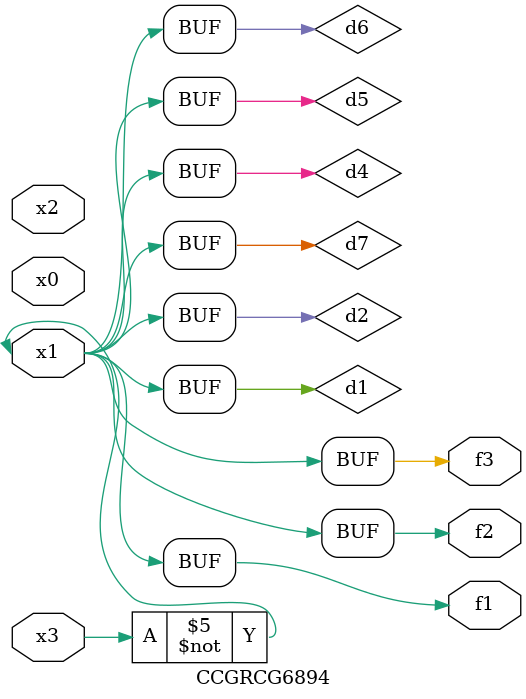
<source format=v>
module CCGRCG6894(
	input x0, x1, x2, x3,
	output f1, f2, f3
);

	wire d1, d2, d3, d4, d5, d6, d7;

	not (d1, x3);
	buf (d2, x1);
	xnor (d3, d1, d2);
	nor (d4, d1);
	buf (d5, d1, d2);
	buf (d6, d4, d5);
	nand (d7, d4);
	assign f1 = d6;
	assign f2 = d7;
	assign f3 = d6;
endmodule

</source>
